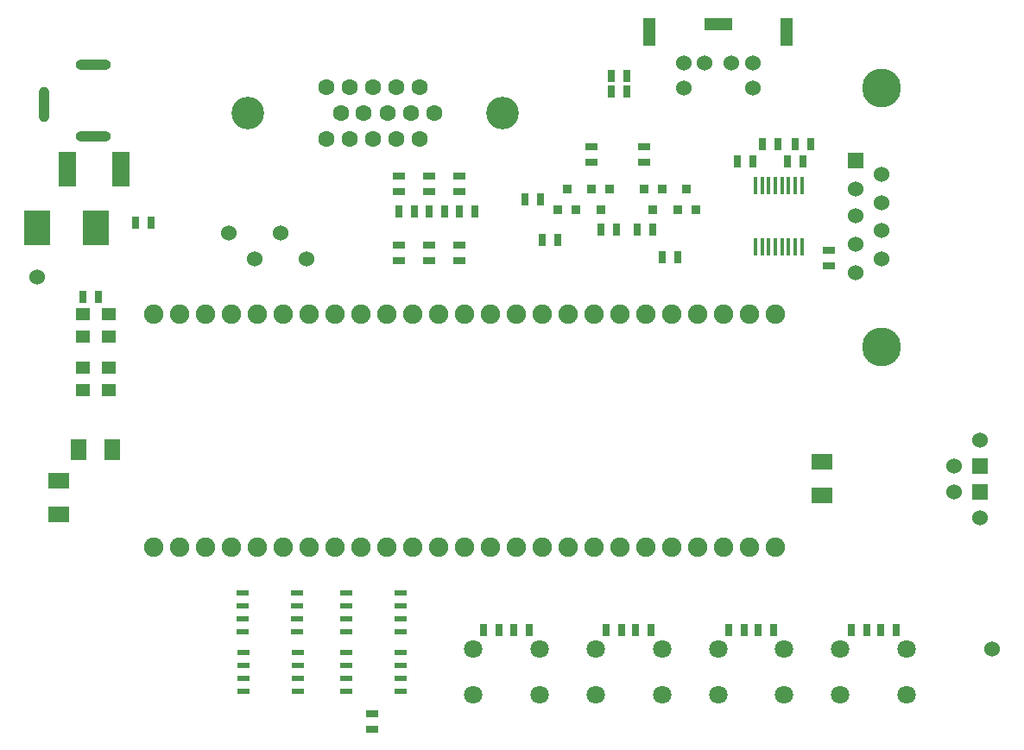
<source format=gts>
G04 (created by PCBNEW (2014-01-10 BZR 4027)-stable) date Tue 11 Mar 2014 09:34:13 AM CET*
%MOIN*%
G04 Gerber Fmt 3.4, Leading zero omitted, Abs format*
%FSLAX34Y34*%
G01*
G70*
G90*
G04 APERTURE LIST*
%ADD10C,0.00590551*%
%ADD11C,0.075*%
%ADD12R,0.036X0.036*%
%ADD13R,0.045X0.02*%
%ADD14R,0.08X0.06*%
%ADD15R,0.045X0.025*%
%ADD16R,0.025X0.045*%
%ADD17R,0.0700787X0.137795*%
%ADD18R,0.0984X0.1378*%
%ADD19C,0.126*%
%ADD20C,0.063*%
%ADD21O,0.0394X0.1378*%
%ADD22O,0.1378X0.0394*%
%ADD23C,0.15*%
%ADD24R,0.06X0.06*%
%ADD25C,0.06*%
%ADD26R,0.0472441X0.110236*%
%ADD27R,0.110236X0.0472441*%
%ADD28R,0.0118X0.0701*%
%ADD29C,0.0709*%
%ADD30R,0.0551X0.0472*%
%ADD31R,0.06X0.08*%
G04 APERTURE END LIST*
G54D10*
G54D11*
X96595Y-51640D03*
X95595Y-51640D03*
X94595Y-51640D03*
X93595Y-51640D03*
X92595Y-51640D03*
X91595Y-51640D03*
X90595Y-51640D03*
X89595Y-51640D03*
X88595Y-51640D03*
X87595Y-51640D03*
X86595Y-51640D03*
X85595Y-51640D03*
X84595Y-51640D03*
X83595Y-51640D03*
X82595Y-51640D03*
X81595Y-51640D03*
X80595Y-51640D03*
X79595Y-51640D03*
X78595Y-51640D03*
X77595Y-51640D03*
X76595Y-51640D03*
X75595Y-51640D03*
X74595Y-51640D03*
X73595Y-51640D03*
X72595Y-51640D03*
X72595Y-60640D03*
X73595Y-60640D03*
X74595Y-60640D03*
X75595Y-60640D03*
X76595Y-60640D03*
X77595Y-60640D03*
X78595Y-60640D03*
X79595Y-60640D03*
X80595Y-60640D03*
X81595Y-60640D03*
X82595Y-60640D03*
X83595Y-60640D03*
X84595Y-60640D03*
X85595Y-60640D03*
X86595Y-60640D03*
X87595Y-60640D03*
X88595Y-60640D03*
X89595Y-60640D03*
X90595Y-60640D03*
X91595Y-60640D03*
X92595Y-60640D03*
X93595Y-60640D03*
X94595Y-60640D03*
X95595Y-60640D03*
X96595Y-60640D03*
G54D12*
X91525Y-46785D03*
X92225Y-46785D03*
X91875Y-47585D03*
X89515Y-46785D03*
X90215Y-46785D03*
X89865Y-47585D03*
X88905Y-47585D03*
X88205Y-47585D03*
X88555Y-46785D03*
X93535Y-47585D03*
X92835Y-47585D03*
X93185Y-46785D03*
G54D13*
X76060Y-66210D03*
X78160Y-66210D03*
X76060Y-65710D03*
X76060Y-65210D03*
X76060Y-64710D03*
X78160Y-65710D03*
X78160Y-65210D03*
X78160Y-64710D03*
X80045Y-63890D03*
X82145Y-63890D03*
X80045Y-63390D03*
X80045Y-62890D03*
X80045Y-62390D03*
X82145Y-63390D03*
X82145Y-62890D03*
X82145Y-62390D03*
X76050Y-63885D03*
X78150Y-63885D03*
X76050Y-63385D03*
X76050Y-62885D03*
X76050Y-62385D03*
X78150Y-63385D03*
X78150Y-62885D03*
X78150Y-62385D03*
X80045Y-66210D03*
X82145Y-66210D03*
X80045Y-65710D03*
X80045Y-65210D03*
X80045Y-64710D03*
X82145Y-65710D03*
X82145Y-65210D03*
X82145Y-64710D03*
G54D14*
X68950Y-58050D03*
X68950Y-59350D03*
G54D15*
X82065Y-46895D03*
X82065Y-46295D03*
X83235Y-49570D03*
X83235Y-48970D03*
X82065Y-49570D03*
X82065Y-48970D03*
X84405Y-46890D03*
X84405Y-46290D03*
X83235Y-46895D03*
X83235Y-46295D03*
G54D16*
X91275Y-48375D03*
X91875Y-48375D03*
X84405Y-47665D03*
X85005Y-47665D03*
X83235Y-47665D03*
X83835Y-47665D03*
X82065Y-47665D03*
X82665Y-47665D03*
G54D15*
X84405Y-49570D03*
X84405Y-48970D03*
G54D16*
X92835Y-49425D03*
X92235Y-49425D03*
X87605Y-48760D03*
X88205Y-48760D03*
X89865Y-48375D03*
X90465Y-48375D03*
G54D15*
X89515Y-45170D03*
X89515Y-45770D03*
X91525Y-45770D03*
X91525Y-45170D03*
G54D16*
X90265Y-43020D03*
X90865Y-43020D03*
X90265Y-42420D03*
X90865Y-42420D03*
X71905Y-48090D03*
X72505Y-48090D03*
G54D17*
X69265Y-46020D03*
X71324Y-46020D03*
G54D18*
X68103Y-48295D03*
X70367Y-48295D03*
G54D19*
X76244Y-43870D03*
X86086Y-43870D03*
G54D20*
X82870Y-42870D03*
X83429Y-43870D03*
X81968Y-42870D03*
X81066Y-42870D03*
X80165Y-42870D03*
X79263Y-42870D03*
X82527Y-43870D03*
X81626Y-43870D03*
X80704Y-43870D03*
X79823Y-43870D03*
X82870Y-44870D03*
X81968Y-44870D03*
X81066Y-44870D03*
X80165Y-44870D03*
X79263Y-44870D03*
G54D21*
X68380Y-43539D03*
G54D22*
X70271Y-44764D03*
X70271Y-42009D03*
G54D23*
X100700Y-52895D03*
X100700Y-42895D03*
G54D24*
X99700Y-45695D03*
G54D25*
X99700Y-46795D03*
X99700Y-47845D03*
X99700Y-48945D03*
X99700Y-50045D03*
X100700Y-46245D03*
X100700Y-47345D03*
X100700Y-48395D03*
X100700Y-49495D03*
X93883Y-41930D03*
X94906Y-41930D03*
X93056Y-41930D03*
X95733Y-41930D03*
X93056Y-42914D03*
X95733Y-42914D03*
G54D26*
X97052Y-40748D03*
X91737Y-40748D03*
G54D27*
X94395Y-40433D03*
G54D28*
X97628Y-46681D03*
X97372Y-46681D03*
X97116Y-46681D03*
X96860Y-46681D03*
X96604Y-46681D03*
X96348Y-46681D03*
X96092Y-46681D03*
X95836Y-46681D03*
X95836Y-49019D03*
X96092Y-49019D03*
X96348Y-49019D03*
X96604Y-49019D03*
X96860Y-49019D03*
X97116Y-49019D03*
X97372Y-49019D03*
X97628Y-49019D03*
G54D29*
X84940Y-64574D03*
X87500Y-64574D03*
X84940Y-66346D03*
X87500Y-66346D03*
X89665Y-64574D03*
X92225Y-64574D03*
X89665Y-66346D03*
X92225Y-66346D03*
X94390Y-64574D03*
X96950Y-64574D03*
X94390Y-66346D03*
X96950Y-66346D03*
X99115Y-64574D03*
X101675Y-64574D03*
X99115Y-66346D03*
X101675Y-66346D03*
G54D16*
X100125Y-63835D03*
X99525Y-63835D03*
X97070Y-45725D03*
X97670Y-45725D03*
X95400Y-63835D03*
X94800Y-63835D03*
X90675Y-63835D03*
X90075Y-63835D03*
X101265Y-63835D03*
X100665Y-63835D03*
X96540Y-63835D03*
X95940Y-63835D03*
X91815Y-63835D03*
X91215Y-63835D03*
X87090Y-63835D03*
X86490Y-63835D03*
X85950Y-63835D03*
X85350Y-63835D03*
X95730Y-45725D03*
X95130Y-45725D03*
X97375Y-45065D03*
X97975Y-45065D03*
X96100Y-45065D03*
X96700Y-45065D03*
G54D24*
X104500Y-57500D03*
G54D25*
X103500Y-57500D03*
G54D24*
X104500Y-58500D03*
G54D25*
X103500Y-58500D03*
X104500Y-56500D03*
X104500Y-59500D03*
G54D30*
X69865Y-52503D03*
X70865Y-52503D03*
X70865Y-51637D03*
X69865Y-51637D03*
X69860Y-54553D03*
X70860Y-54553D03*
X70860Y-53687D03*
X69860Y-53687D03*
G54D31*
X70990Y-56880D03*
X69690Y-56880D03*
G54D16*
X69865Y-50960D03*
X70465Y-50960D03*
G54D15*
X81030Y-67050D03*
X81030Y-67650D03*
X98665Y-49780D03*
X98665Y-49180D03*
G54D16*
X87530Y-47185D03*
X86930Y-47185D03*
G54D25*
X68105Y-50185D03*
X104960Y-64570D03*
G54D14*
X98400Y-57325D03*
X98400Y-58625D03*
G54D25*
X78500Y-49500D03*
X77500Y-48500D03*
X76500Y-49500D03*
X75500Y-48500D03*
M02*

</source>
